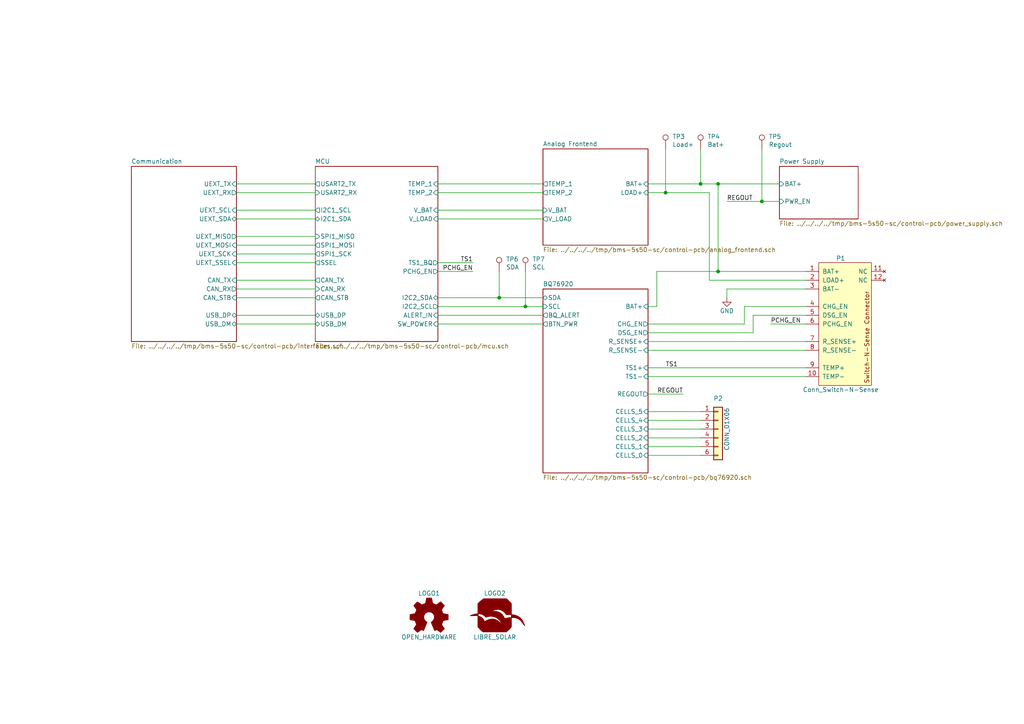
<source format=kicad_sch>
(kicad_sch (version 20230121) (generator eeschema)
  (paper "A4")
  (title_block (title "Libre Solar BMS 5s") (date "2018-05-11") (rev "0.2") (company "Libre Solar (http://libre.solar)") (comment 1 "License: CC-BY-SA") (comment 2 "Author: Martin Jäger"))
  (lib_symbols
    (symbol "BMS-5s-rescue:Test_Point-Connector" (pin_numbers hide) (pin_names (offset 0.762) hide)
      (property "Reference" "TP" (at 0 6.858 0))
      (property "Value" "Connector:Test_Point" (at 0 5.08 0))
      (symbol "Test_Point-Connector_1_1"
        (pin passive line (at 0 0 90) (length 2.54) (name "1") (number "1"))
      )
    )
    (symbol "Project:Conn_01x06" (pin_names (offset 1.016) hide)
      (property "Reference" "J" (at 0 7.62 0))
      (property "Value" "Conn_01x06" (at 0 -10.16 0))
      (symbol "Conn_01x06_1_1"
        (pin passive line (at -5.08 5.08 0) (length 3.81) (name "Pin_1") (number "1"))
        (pin passive line (at -5.08 2.54 0) (length 3.81) (name "Pin_2") (number "2"))
        (pin passive line (at -5.08 0 0) (length 3.81) (name "Pin_3") (number "3"))
        (pin passive line (at -5.08 -2.54 0) (length 3.81) (name "Pin_4") (number "4"))
        (pin passive line (at -5.08 -5.08 0) (length 3.81) (name "Pin_5") (number "5"))
        (pin passive line (at -5.08 -7.62 0) (length 3.81) (name "Pin_6") (number "6"))
      )
    )
    (symbol "Project:Conn_Switch-N-Sense" (pin_names (offset 1.016))
      (property "Reference" "P" (at 0 19.05 0))
      (property "Value" "Conn_Switch-N-Sense" (at 0 -19.05 0))
      (symbol "Conn_Switch-N-Sense_0_0"
        (text "Switch-N-Sense Connector" (at 7.62 -3.81 900) (effects (font (size 1.27 1.27))))
      )
      (symbol "Conn_Switch-N-Sense_1_1"
        (pin passive line (at -10.16 15.24 0) (length 3.81) (name "BAT+") (number "1"))
        (pin passive line (at -10.16 -15.24 0) (length 3.81) (name "TEMP-") (number "10"))
        (pin no_connect line (at 12.7 15.24 180) (length 3.81) (name "NC") (number "11"))
        (pin no_connect line (at 12.7 12.7 180) (length 3.81) (name "NC") (number "12"))
        (pin passive line (at -10.16 12.7 0) (length 3.81) (name "LOAD+") (number "2"))
        (pin passive line (at -10.16 10.16 0) (length 3.81) (name "BAT-") (number "3"))
        (pin passive line (at -10.16 5.08 0) (length 3.81) (name "CHG_EN") (number "4"))
        (pin passive line (at -10.16 2.54 0) (length 3.81) (name "DSG_EN") (number "5"))
        (pin passive line (at -10.16 0 0) (length 3.81) (name "PCHG_EN") (number "6"))
        (pin passive line (at -10.16 -5.08 0) (length 3.81) (name "R_SENSE+") (number "7"))
        (pin passive line (at -10.16 -7.62 0) (length 3.81) (name "R_SENSE-") (number "8"))
        (pin passive line (at -10.16 -12.7 0) (length 3.81) (name "TEMP+") (number "9"))
      )
    )
    (symbol "Project:LibreSolar_Logo" (pin_numbers hide) (pin_names (offset 1.016) hide)
      (property "Reference" "LOGO" (at 0 6.985 0))
      (property "Value" "LibreSolar_Logo" (at 0 -5.715 0))
    )
    (symbol "Project:Logo_Open_Hardware_Small" (pin_names (offset 1.016)))
    (symbol "power:GND" (power) (pin_names (offset 0))
      (property "Value" "GND" (at 0 -3.81 0))
      (symbol "GND_1_1"
        (pin power_in line (at 0 0 270) (length 0) hide (name "GND") (number "1"))
      )
    )
  )
  (junction (at 208.28 53.34))
  (junction (at 208.28 78.74))
  (junction (at 193.04 55.88))
  (junction (at 220.98 58.42))
  (junction (at 203.2 53.34))
  (junction (at 144.78 86.36))
  (junction (at 152.4 88.9))
  (wire (pts (xy 157.48 55.88) (xy 127 55.88)))
  (wire (pts (xy 187.96 119.38) (xy 203.2 119.38)))
  (wire (pts (xy 68.58 68.58) (xy 91.44 68.58)))
  (wire (pts (xy 190.5 78.74) (xy 190.5 88.9)))
  (wire (pts (xy 233.68 93.98) (xy 223.52 93.98)))
  (wire (pts (xy 91.44 63.5) (xy 68.58 63.5)))
  (wire (pts (xy 157.48 93.98) (xy 127 93.98)))
  (wire (pts (xy 193.04 43.18) (xy 193.04 55.88)))
  (wire (pts (xy 91.44 76.2) (xy 68.58 76.2)))
  (wire (pts (xy 187.96 132.08) (xy 203.2 132.08)))
  (wire (pts (xy 220.98 58.42) (xy 226.06 58.42)))
  (wire (pts (xy 203.2 53.34) (xy 208.28 53.34)))
  (wire (pts (xy 203.2 43.18) (xy 203.2 53.34)))
  (wire (pts (xy 187.96 93.98) (xy 215.9 93.98)))
  (wire (pts (xy 208.28 78.74) (xy 208.28 53.34)))
  (wire (pts (xy 127 91.44) (xy 157.48 91.44)))
  (wire (pts (xy 215.9 93.98) (xy 215.9 88.9)))
  (wire (pts (xy 152.4 78.74) (xy 152.4 88.9)))
  (wire (pts (xy 91.44 83.82) (xy 68.58 83.82)))
  (wire (pts (xy 218.44 96.52) (xy 187.96 96.52)))
  (wire (pts (xy 187.96 121.92) (xy 203.2 121.92)))
  (wire (pts (xy 187.96 106.68) (xy 233.68 106.68)))
  (wire (pts (xy 187.96 99.06) (xy 233.68 99.06)))
  (wire (pts (xy 187.96 53.34) (xy 203.2 53.34)))
  (wire (pts (xy 91.44 91.44) (xy 68.58 91.44)))
  (wire (pts (xy 210.82 83.82) (xy 210.82 86.36)))
  (wire (pts (xy 68.58 53.34) (xy 91.44 53.34)))
  (wire (pts (xy 187.96 114.3) (xy 198.12 114.3)))
  (wire (pts (xy 210.82 58.42) (xy 220.98 58.42)))
  (wire (pts (xy 91.44 55.88) (xy 68.58 55.88)))
  (wire (pts (xy 127 53.34) (xy 157.48 53.34)))
  (wire (pts (xy 187.96 129.54) (xy 203.2 129.54)))
  (wire (pts (xy 127 86.36) (xy 144.78 86.36)))
  (wire (pts (xy 68.58 81.28) (xy 91.44 81.28)))
  (wire (pts (xy 190.5 78.74) (xy 208.28 78.74)))
  (wire (pts (xy 187.96 101.6) (xy 233.68 101.6)))
  (wire (pts (xy 205.74 81.28) (xy 233.68 81.28)))
  (wire (pts (xy 218.44 91.44) (xy 218.44 96.52)))
  (wire (pts (xy 233.68 91.44) (xy 218.44 91.44)))
  (wire (pts (xy 157.48 63.5) (xy 127 63.5)))
  (wire (pts (xy 127 78.74) (xy 137.16 78.74)))
  (wire (pts (xy 205.74 55.88) (xy 205.74 81.28)))
  (wire (pts (xy 152.4 88.9) (xy 157.48 88.9)))
  (wire (pts (xy 68.58 60.96) (xy 91.44 60.96)))
  (wire (pts (xy 187.96 124.46) (xy 203.2 124.46)))
  (wire (pts (xy 144.78 86.36) (xy 157.48 86.36)))
  (wire (pts (xy 144.78 78.74) (xy 144.78 86.36)))
  (wire (pts (xy 91.44 71.12) (xy 68.58 71.12)))
  (wire (pts (xy 208.28 53.34) (xy 226.06 53.34)))
  (wire (pts (xy 220.98 43.18) (xy 220.98 58.42)))
  (wire (pts (xy 187.96 109.22) (xy 233.68 109.22)))
  (wire (pts (xy 190.5 88.9) (xy 187.96 88.9)))
  (wire (pts (xy 233.68 83.82) (xy 210.82 83.82)))
  (wire (pts (xy 187.96 55.88) (xy 193.04 55.88)))
  (wire (pts (xy 68.58 93.98) (xy 91.44 93.98)))
  (wire (pts (xy 127 60.96) (xy 157.48 60.96)))
  (wire (pts (xy 215.9 88.9) (xy 233.68 88.9)))
  (wire (pts (xy 68.58 73.66) (xy 91.44 73.66)))
  (wire (pts (xy 193.04 55.88) (xy 205.74 55.88)))
  (wire (pts (xy 68.58 86.36) (xy 91.44 86.36)))
  (wire (pts (xy 208.28 78.74) (xy 233.68 78.74)))
  (wire (pts (xy 127 76.2) (xy 137.16 76.2)))
  (wire (pts (xy 187.96 127) (xy 203.2 127)))
  (wire (pts (xy 127 88.9) (xy 152.4 88.9)))
  (label "TS1" (at 193.04 106.68 0))
  (label "TS1" (at 137.16 76.2 180))
  (label "PCHG_EN" (at 137.16 78.74 180))
  (label "REGOUT" (at 210.82 58.42 0))
  (label "PCHG_EN" (at 223.52 93.98 0))
  (label "REGOUT" (at 198.12 114.3 180))
  (symbol (lib_id "Project:Conn_Switch-N-Sense") (at 243.84 93.98 0) (unit 1)
    (property "Reference" "P1" (at 243.84 74.93 0))
    (property "Value" "Conn_Switch-N-Sense" (at 243.84 113.03 0))
    (property "Footprint" "LibreSolar:Wuerth_WR-FPC_686112148922" (effects hide))
    (property "Manufacturer" "Würth" (effects hide))
    (property "PartNumber" "686112148922" (effects hide))
  )
  (symbol (lib_id "Project:Conn_01x06") (at 208.28 124.46 0) (unit 1)
    (property "Reference" "P2" (at 208.28 115.57 0))
    (property "Value" "CONN_01X06" (at 210.82 124.46 90))
    (property "Footprint" "LibreSolar:Phoenix_Contact_MC_1,5_6-G-3,81" (effects hide))
    (property "Manufacturer" "Phoenix Contact" (effects hide))
    (property "PartNumber" "1803316" (effects hide))
    (property "Remarks" "MC 1,5/ 6-G-3,81" (effects hide))
  )
  (symbol (lib_id "power:GND") (at 210.82 86.36 0) (unit 1)
    (property "Reference" "#PWR01" (effects hide))
    (property "Value" "GND" (at 210.82 90.17 0))
  )
  (symbol (lib_id "Project:LibreSolar_Logo") (at 143.51 179.07 0) (unit 1)
    (property "Reference" "LOGO2" (at 143.51 172.085 0))
    (property "Value" "LIBRE_SOLAR" (at 143.51 184.785 0))
    (property "Footprint" "LibreSolar:LIBRESOLAR_LOGO" (effects hide))
  )
  (symbol (lib_id "Project:Logo_Open_Hardware_Small") (at 124.46 179.07 0) (unit 1)
    (property "Reference" "LOGO1" (at 124.46 172.085 0))
    (property "Value" "OPEN_HARDWARE" (at 124.46 184.785 0))
    (property "Footprint" "Symbol:OSHW-Logo_5.7x6mm_SilkScreen" (effects hide))
  )
  (symbol (lib_id "BMS-5s-rescue:Test_Point-Connector") (at 203.2 43.18 0) (unit 1)
    (property "Reference" "TP4" (at 205.1812 39.624 0) (effects (justify left)))
    (property "Value" "Bat+" (at 205.1812 41.9354 0) (effects (justify left)))
    (property "Footprint" "LibreSolar:TestPoint_0.8mm_hole" (effects hide))
  )
  (symbol (lib_id "BMS-5s-rescue:Test_Point-Connector") (at 220.98 43.18 0) (unit 1)
    (property "Reference" "TP5" (at 222.9612 39.624 0) (effects (justify left)))
    (property "Value" "Regout" (at 222.9612 41.9354 0) (effects (justify left)))
    (property "Footprint" "LibreSolar:TestPoint_0.8mm_hole" (effects hide))
  )
  (symbol (lib_id "BMS-5s-rescue:Test_Point-Connector") (at 193.04 43.18 0) (unit 1)
    (property "Reference" "TP3" (at 195.0212 39.624 0) (effects (justify left)))
    (property "Value" "Load+" (at 195.0212 41.9354 0) (effects (justify left)))
    (property "Footprint" "LibreSolar:TestPoint_0.8mm_hole" (effects hide))
  )
  (symbol (lib_id "BMS-5s-rescue:Test_Point-Connector") (at 144.78 78.74 0) (unit 1)
    (property "Reference" "TP6" (at 146.7612 75.184 0) (effects (justify left)))
    (property "Value" "SDA" (at 146.7612 77.4954 0) (effects (justify left)))
    (property "Footprint" "LibreSolar:TestPoint_0.8mm_hole" (effects hide))
  )
  (symbol (lib_id "BMS-5s-rescue:Test_Point-Connector") (at 152.4 78.74 0) (unit 1)
    (property "Reference" "TP7" (at 154.3812 75.184 0) (effects (justify left)))
    (property "Value" "SCL" (at 154.3812 77.4954 0) (effects (justify left)))
    (property "Footprint" "LibreSolar:TestPoint_0.8mm_hole" (effects hide))
  )
  (sheet (at 226.06 48.26) (size 22.86 15.24)
    (property "Sheetname" "Power Supply" (at 226.06 47.5484 0) (effects (justify left bottom)))
    (property "Sheetfile" "../../../../tmp/bms-5s50-sc/control-pcb/power_supply.sch" (at 226.06 64.0846 0) (effects (justify left top)))
    (pin "BAT+" input (at 226.06 53.34 180))
    (pin "PWR_EN" input (at 226.06 58.42 180))
  )
  (sheet (at 157.48 83.82) (size 30.48 53.34)
    (property "Sheetname" "BQ76920" (at 157.48 83.1084 0) (effects (justify left bottom)))
    (property "Sheetfile" "../../../../tmp/bms-5s50-sc/control-pcb/bq76920.sch" (at 157.48 137.7446 0) (effects (justify left top)))
    (pin "SDA" bidirectional (at 157.48 86.36 180))
    (pin "SCL" input (at 157.48 88.9 180))
    (pin "CHG_EN" output (at 187.96 93.98 0))
    (pin "DSG_EN" output (at 187.96 96.52 0))
    (pin "BQ_ALERT" output (at 157.48 91.44 180))
    (pin "CELLS_0" input (at 187.96 132.08 0))
    (pin "CELLS_1" input (at 187.96 129.54 0))
    (pin "CELLS_2" input (at 187.96 127 0))
    (pin "CELLS_3" input (at 187.96 124.46 0))
    (pin "CELLS_4" input (at 187.96 121.92 0))
    (pin "CELLS_5" input (at 187.96 119.38 0))
    (pin "REGOUT" output (at 187.96 114.3 0))
    (pin "BAT+" input (at 187.96 88.9 0))
    (pin "R_SENSE-" input (at 187.96 101.6 0))
    (pin "R_SENSE+" input (at 187.96 99.06 0))
    (pin "TS1+" input (at 187.96 106.68 0))
    (pin "TS1-" input (at 187.96 109.22 0))
    (pin "BTN_PWR" output (at 157.48 93.98 180))
  )
  (sheet (at 38.1 48.26) (size 30.48 50.8)
    (property "Sheetname" "Communication" (at 38.1 47.5484 0) (effects (justify left bottom)))
    (property "Sheetfile" "../../../../tmp/bms-5s50-sc/control-pcb/interfaces.sch" (at 38.1 99.6446 0) (effects (justify left top)))
    (pin "UEXT_RX" output (at 68.58 55.88 0))
    (pin "UEXT_SDA" bidirectional (at 68.58 63.5 0))
    (pin "UEXT_MOSI" input (at 68.58 71.12 0))
    (pin "UEXT_SSEL" input (at 68.58 76.2 0))
    (pin "UEXT_MISO" output (at 68.58 68.58 0))
    (pin "UEXT_SCK" input (at 68.58 73.66 0))
    (pin "UEXT_SCL" input (at 68.58 60.96 0))
    (pin "UEXT_TX" input (at 68.58 53.34 0))
    (pin "USB_DM" bidirectional (at 68.58 93.98 0))
    (pin "USB_DP" bidirectional (at 68.58 91.44 0))
    (pin "CAN_RX" output (at 68.58 83.82 0))
    (pin "CAN_TX" input (at 68.58 81.28 0))
    (pin "CAN_STB" input (at 68.58 86.36 0))
  )
  (sheet (at 91.44 48.26) (size 35.56 50.8)
    (property "Sheetname" "MCU" (at 91.44 47.5484 0) (effects (justify left bottom)))
    (property "Sheetfile" "../../../../tmp/bms-5s50-sc/control-pcb/mcu.sch" (at 91.44 99.6446 0) (effects (justify left top)))
    (pin "TEMP_1" input (at 127 53.34 0))
    (pin "CAN_TX" output (at 91.44 81.28 180))
    (pin "CAN_RX" input (at 91.44 83.82 180))
    (pin "I2C1_SDA" bidirectional (at 91.44 63.5 180))
    (pin "I2C1_SCL" output (at 91.44 60.96 180))
    (pin "SPI1_MOSI" output (at 91.44 71.12 180))
    (pin "SPI1_MISO" input (at 91.44 68.58 180))
    (pin "SPI1_SCK" output (at 91.44 73.66 180))
    (pin "USB_DM" bidirectional (at 91.44 93.98 180))
    (pin "USB_DP" bidirectional (at 91.44 91.44 180))
    (pin "CAN_STB" output (at 91.44 86.36 180))
    (pin "USART2_RX" input (at 91.44 55.88 180))
    (pin "USART2_TX" output (at 91.44 53.34 180))
    (pin "SSEL" output (at 91.44 76.2 180))
    (pin "I2C2_SCL" output (at 127 88.9 0))
    (pin "I2C2_SDA" bidirectional (at 127 86.36 0))
    (pin "TEMP_2" input (at 127 55.88 0))
    (pin "V_BAT" input (at 127 60.96 0))
    (pin "V_LOAD" input (at 127 63.5 0))
    (pin "PCHG_EN" output (at 127 78.74 0))
    (pin "ALERT_IN" input (at 127 91.44 0))
    (pin "TS1_BQ" output (at 127 76.2 0))
    (pin "SW_POWER" input (at 127 93.98 0))
  )
  (sheet (at 157.48 43.18) (size 30.48 27.94)
    (property "Sheetname" "Analog Frontend" (at 157.48 42.4684 0) (effects (justify left bottom)))
    (property "Sheetfile" "../../../../tmp/bms-5s50-sc/control-pcb/analog_frontend.sch" (at 157.48 71.7046 0) (effects (justify left top)))
    (pin "V_BAT" input (at 157.48 60.96 180))
    (pin "LOAD+" input (at 187.96 55.88 0))
    (pin "BAT+" input (at 187.96 53.34 0))
    (pin "V_LOAD" output (at 157.48 63.5 180))
    (pin "TEMP_2" output (at 157.48 55.88 180))
    (pin "TEMP_1" output (at 157.48 53.34 180))
  )
)
</source>
